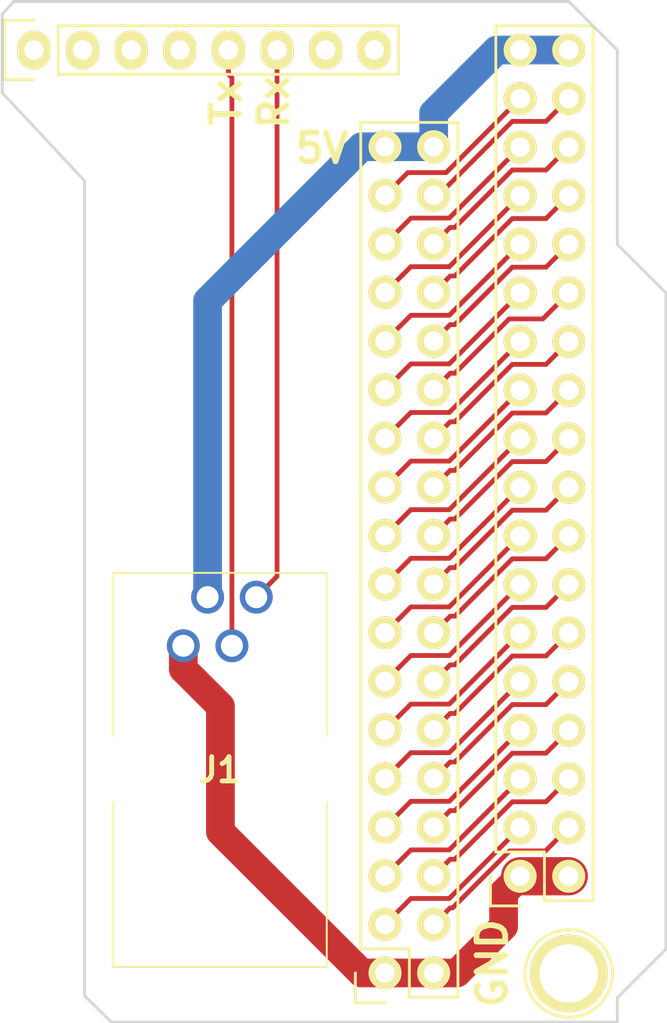
<source format=kicad_pcb>
(kicad_pcb (version 20171130) (host pcbnew "(5.1.2)-2")

  (general
    (thickness 1.6)
    (drawings 22)
    (tracks 188)
    (zones 0)
    (modules 5)
    (nets 44)
  )

  (page A4)
  (title_block
    (date "mar. 31 mars 2015")
  )

  (layers
    (0 F.Cu signal)
    (31 B.Cu signal)
    (32 B.Adhes user)
    (33 F.Adhes user)
    (34 B.Paste user)
    (35 F.Paste user)
    (36 B.SilkS user)
    (37 F.SilkS user)
    (38 B.Mask user)
    (39 F.Mask user)
    (40 Dwgs.User user)
    (41 Cmts.User user)
    (42 Eco1.User user)
    (43 Eco2.User user)
    (44 Edge.Cuts user)
    (45 Margin user)
    (46 B.CrtYd user)
    (47 F.CrtYd user)
    (48 B.Fab user)
    (49 F.Fab user)
  )

  (setup
    (last_trace_width 0.25)
    (trace_clearance 0.2)
    (zone_clearance 0.508)
    (zone_45_only no)
    (trace_min 0.2)
    (via_size 0.6)
    (via_drill 0.4)
    (via_min_size 0.4)
    (via_min_drill 0.3)
    (uvia_size 0.3)
    (uvia_drill 0.1)
    (uvias_allowed no)
    (uvia_min_size 0.2)
    (uvia_min_drill 0.1)
    (edge_width 0.15)
    (segment_width 0.15)
    (pcb_text_width 0.3)
    (pcb_text_size 1.5 1.5)
    (mod_edge_width 0.15)
    (mod_text_size 1 1)
    (mod_text_width 0.15)
    (pad_size 4.064 4.064)
    (pad_drill 3.048)
    (pad_to_mask_clearance 0)
    (aux_axis_origin 103.378 121.666)
    (visible_elements 7FFFFFFF)
    (pcbplotparams
      (layerselection 0x00030_80000001)
      (usegerberextensions false)
      (usegerberattributes false)
      (usegerberadvancedattributes false)
      (creategerberjobfile false)
      (excludeedgelayer true)
      (linewidth 0.100000)
      (plotframeref false)
      (viasonmask false)
      (mode 1)
      (useauxorigin false)
      (hpglpennumber 1)
      (hpglpenspeed 20)
      (hpglpendiameter 15.000000)
      (psnegative false)
      (psa4output false)
      (plotreference true)
      (plotvalue true)
      (plotinvisibletext false)
      (padsonsilk false)
      (subtractmaskfromsilk false)
      (outputformat 1)
      (mirror false)
      (drillshape 1)
      (scaleselection 1)
      (outputdirectory ""))
  )

  (net 0 "")
  (net 1 GND)
  (net 2 "/52(SCK)")
  (net 3 "/53(SS)")
  (net 4 "/50(MISO)")
  (net 5 "/51(MOSI)")
  (net 6 /48)
  (net 7 /49)
  (net 8 /46)
  (net 9 /47)
  (net 10 /44)
  (net 11 /45)
  (net 12 /42)
  (net 13 /43)
  (net 14 /40)
  (net 15 /41)
  (net 16 /38)
  (net 17 /39)
  (net 18 /36)
  (net 19 /37)
  (net 20 /34)
  (net 21 /35)
  (net 22 /32)
  (net 23 /33)
  (net 24 /30)
  (net 25 /31)
  (net 26 /28)
  (net 27 /29)
  (net 28 /26)
  (net 29 /27)
  (net 30 /24)
  (net 31 /25)
  (net 32 /22)
  (net 33 /23)
  (net 34 +5V)
  (net 35 "/20(SDA)")
  (net 36 "/21(SCL)")
  (net 37 "Net-(P10-Pad1)")
  (net 38 "/14(Tx3)")
  (net 39 "/15(Rx3)")
  (net 40 "/16(Tx2)")
  (net 41 "/17(Rx2)")
  (net 42 "/18(Tx1)")
  (net 43 "/19(Rx1)")

  (net_class Default "This is the default net class."
    (clearance 0.2)
    (trace_width 0.25)
    (via_dia 0.6)
    (via_drill 0.4)
    (uvia_dia 0.3)
    (uvia_drill 0.1)
    (add_net "/14(Tx3)")
    (add_net "/15(Rx3)")
    (add_net "/16(Tx2)")
    (add_net "/17(Rx2)")
    (add_net "/18(Tx1)")
    (add_net "/19(Rx1)")
    (add_net "/20(SDA)")
    (add_net "/21(SCL)")
    (add_net /22)
    (add_net /23)
    (add_net /24)
    (add_net /25)
    (add_net /26)
    (add_net /27)
    (add_net /28)
    (add_net /29)
    (add_net /30)
    (add_net /31)
    (add_net /32)
    (add_net /33)
    (add_net /34)
    (add_net /35)
    (add_net /36)
    (add_net /37)
    (add_net /38)
    (add_net /39)
    (add_net /40)
    (add_net /41)
    (add_net /42)
    (add_net /43)
    (add_net /44)
    (add_net /45)
    (add_net /46)
    (add_net /47)
    (add_net /48)
    (add_net /49)
    (add_net "/50(MISO)")
    (add_net "/51(MOSI)")
    (add_net "/52(SCK)")
    (add_net "/53(SS)")
    (add_net "Net-(P10-Pad1)")
  )

  (net_class Power ""
    (clearance 0.2)
    (trace_width 1.5)
    (via_dia 0.6)
    (via_drill 0.4)
    (uvia_dia 0.3)
    (uvia_drill 0.1)
    (add_net +5V)
    (add_net GND)
  )

  (module Socket_Arduino_Mega:Socket_Strip_Arduino_2x18 locked (layer F.Cu) (tedit 55216789) (tstamp 551AFCE5)
    (at 197.358 114.046 90)
    (descr "Through hole socket strip")
    (tags "socket strip")
    (path /56D743B5)
    (fp_text reference P1 (at 21.59 -2.794 90) (layer F.SilkS) hide
      (effects (font (size 1 1) (thickness 0.15)))
    )
    (fp_text value Digital (at 21.59 -4.572 90) (layer F.Fab)
      (effects (font (size 1 1) (thickness 0.15)))
    )
    (fp_line (start -1.75 -1.75) (end -1.75 4.3) (layer F.CrtYd) (width 0.05))
    (fp_line (start 44.95 -1.75) (end 44.95 4.3) (layer F.CrtYd) (width 0.05))
    (fp_line (start -1.75 -1.75) (end 44.95 -1.75) (layer F.CrtYd) (width 0.05))
    (fp_line (start -1.75 4.3) (end 44.95 4.3) (layer F.CrtYd) (width 0.05))
    (fp_line (start -1.27 3.81) (end 44.45 3.81) (layer F.SilkS) (width 0.15))
    (fp_line (start 44.45 -1.27) (end 1.27 -1.27) (layer F.SilkS) (width 0.15))
    (fp_line (start 44.45 3.81) (end 44.45 -1.27) (layer F.SilkS) (width 0.15))
    (fp_line (start -1.27 3.81) (end -1.27 1.27) (layer F.SilkS) (width 0.15))
    (fp_line (start 0 -1.55) (end -1.55 -1.55) (layer F.SilkS) (width 0.15))
    (fp_line (start -1.27 1.27) (end 1.27 1.27) (layer F.SilkS) (width 0.15))
    (fp_line (start 1.27 1.27) (end 1.27 -1.27) (layer F.SilkS) (width 0.15))
    (fp_line (start -1.55 -1.55) (end -1.55 0) (layer F.SilkS) (width 0.15))
    (pad 1 thru_hole circle (at 0 0 90) (size 1.7272 1.7272) (drill 1.016) (layers *.Cu *.Mask F.SilkS)
      (net 1 GND))
    (pad 2 thru_hole oval (at 0 2.54 90) (size 1.7272 1.7272) (drill 1.016) (layers *.Cu *.Mask F.SilkS)
      (net 1 GND))
    (pad 3 thru_hole oval (at 2.54 0 90) (size 1.7272 1.7272) (drill 1.016) (layers *.Cu *.Mask F.SilkS)
      (net 2 "/52(SCK)"))
    (pad 4 thru_hole oval (at 2.54 2.54 90) (size 1.7272 1.7272) (drill 1.016) (layers *.Cu *.Mask F.SilkS)
      (net 3 "/53(SS)"))
    (pad 5 thru_hole oval (at 5.08 0 90) (size 1.7272 1.7272) (drill 1.016) (layers *.Cu *.Mask F.SilkS)
      (net 4 "/50(MISO)"))
    (pad 6 thru_hole oval (at 5.08 2.54 90) (size 1.7272 1.7272) (drill 1.016) (layers *.Cu *.Mask F.SilkS)
      (net 5 "/51(MOSI)"))
    (pad 7 thru_hole oval (at 7.62 0 90) (size 1.7272 1.7272) (drill 1.016) (layers *.Cu *.Mask F.SilkS)
      (net 6 /48))
    (pad 8 thru_hole oval (at 7.62 2.54 90) (size 1.7272 1.7272) (drill 1.016) (layers *.Cu *.Mask F.SilkS)
      (net 7 /49))
    (pad 9 thru_hole oval (at 10.16 0 90) (size 1.7272 1.7272) (drill 1.016) (layers *.Cu *.Mask F.SilkS)
      (net 8 /46))
    (pad 10 thru_hole oval (at 10.16 2.54 90) (size 1.7272 1.7272) (drill 1.016) (layers *.Cu *.Mask F.SilkS)
      (net 9 /47))
    (pad 11 thru_hole oval (at 12.7 0 90) (size 1.7272 1.7272) (drill 1.016) (layers *.Cu *.Mask F.SilkS)
      (net 10 /44))
    (pad 12 thru_hole oval (at 12.7 2.54 90) (size 1.7272 1.7272) (drill 1.016) (layers *.Cu *.Mask F.SilkS)
      (net 11 /45))
    (pad 13 thru_hole oval (at 15.24 0 90) (size 1.7272 1.7272) (drill 1.016) (layers *.Cu *.Mask F.SilkS)
      (net 12 /42))
    (pad 14 thru_hole oval (at 15.24 2.54 90) (size 1.7272 1.7272) (drill 1.016) (layers *.Cu *.Mask F.SilkS)
      (net 13 /43))
    (pad 15 thru_hole oval (at 17.78 0 90) (size 1.7272 1.7272) (drill 1.016) (layers *.Cu *.Mask F.SilkS)
      (net 14 /40))
    (pad 16 thru_hole oval (at 17.78 2.54 90) (size 1.7272 1.7272) (drill 1.016) (layers *.Cu *.Mask F.SilkS)
      (net 15 /41))
    (pad 17 thru_hole oval (at 20.32 0 90) (size 1.7272 1.7272) (drill 1.016) (layers *.Cu *.Mask F.SilkS)
      (net 16 /38))
    (pad 18 thru_hole oval (at 20.32 2.54 90) (size 1.7272 1.7272) (drill 1.016) (layers *.Cu *.Mask F.SilkS)
      (net 17 /39))
    (pad 19 thru_hole oval (at 22.86 0 90) (size 1.7272 1.7272) (drill 1.016) (layers *.Cu *.Mask F.SilkS)
      (net 18 /36))
    (pad 20 thru_hole oval (at 22.86 2.54 90) (size 1.7272 1.7272) (drill 1.016) (layers *.Cu *.Mask F.SilkS)
      (net 19 /37))
    (pad 21 thru_hole oval (at 25.4 0 90) (size 1.7272 1.7272) (drill 1.016) (layers *.Cu *.Mask F.SilkS)
      (net 20 /34))
    (pad 22 thru_hole oval (at 25.4 2.54 90) (size 1.7272 1.7272) (drill 1.016) (layers *.Cu *.Mask F.SilkS)
      (net 21 /35))
    (pad 23 thru_hole oval (at 27.94 0 90) (size 1.7272 1.7272) (drill 1.016) (layers *.Cu *.Mask F.SilkS)
      (net 22 /32))
    (pad 24 thru_hole oval (at 27.94 2.54 90) (size 1.7272 1.7272) (drill 1.016) (layers *.Cu *.Mask F.SilkS)
      (net 23 /33))
    (pad 25 thru_hole oval (at 30.48 0 90) (size 1.7272 1.7272) (drill 1.016) (layers *.Cu *.Mask F.SilkS)
      (net 24 /30))
    (pad 26 thru_hole oval (at 30.48 2.54 90) (size 1.7272 1.7272) (drill 1.016) (layers *.Cu *.Mask F.SilkS)
      (net 25 /31))
    (pad 27 thru_hole oval (at 33.02 0 90) (size 1.7272 1.7272) (drill 1.016) (layers *.Cu *.Mask F.SilkS)
      (net 26 /28))
    (pad 28 thru_hole oval (at 33.02 2.54 90) (size 1.7272 1.7272) (drill 1.016) (layers *.Cu *.Mask F.SilkS)
      (net 27 /29))
    (pad 29 thru_hole oval (at 35.56 0 90) (size 1.7272 1.7272) (drill 1.016) (layers *.Cu *.Mask F.SilkS)
      (net 28 /26))
    (pad 30 thru_hole oval (at 35.56 2.54 90) (size 1.7272 1.7272) (drill 1.016) (layers *.Cu *.Mask F.SilkS)
      (net 29 /27))
    (pad 31 thru_hole oval (at 38.1 0 90) (size 1.7272 1.7272) (drill 1.016) (layers *.Cu *.Mask F.SilkS)
      (net 30 /24))
    (pad 32 thru_hole oval (at 38.1 2.54 90) (size 1.7272 1.7272) (drill 1.016) (layers *.Cu *.Mask F.SilkS)
      (net 31 /25))
    (pad 33 thru_hole oval (at 40.64 0 90) (size 1.7272 1.7272) (drill 1.016) (layers *.Cu *.Mask F.SilkS)
      (net 32 /22))
    (pad 34 thru_hole oval (at 40.64 2.54 90) (size 1.7272 1.7272) (drill 1.016) (layers *.Cu *.Mask F.SilkS)
      (net 33 /23))
    (pad 35 thru_hole oval (at 43.18 0 90) (size 1.7272 1.7272) (drill 1.016) (layers *.Cu *.Mask F.SilkS)
      (net 34 +5V))
    (pad 36 thru_hole oval (at 43.18 2.54 90) (size 1.7272 1.7272) (drill 1.016) (layers *.Cu *.Mask F.SilkS)
      (net 34 +5V))
    (model ${KIPRJMOD}/Socket_Arduino_Mega.3dshapes/Socket_header_Arduino_2x18.wrl
      (offset (xyz 21.58999967575073 -1.269999980926514 0))
      (scale (xyz 1 1 1))
      (rotate (xyz 0 0 180))
    )
  )

  (module Socket_Arduino_Mega:Socket_Strip_Arduino_1x08 locked (layer F.Cu) (tedit 551AFC73) (tstamp 551AFD71)
    (at 171.958 70.866)
    (descr "Through hole socket strip")
    (tags "socket strip")
    (path /56D73F2C)
    (fp_text reference P7 (at 8.89 2.794) (layer F.SilkS) hide
      (effects (font (size 1 1) (thickness 0.15)))
    )
    (fp_text value Communication (at 9.742 7.434) (layer F.Fab)
      (effects (font (size 1 1) (thickness 0.15)))
    )
    (fp_line (start -1.75 -1.75) (end -1.75 1.75) (layer F.CrtYd) (width 0.05))
    (fp_line (start 19.55 -1.75) (end 19.55 1.75) (layer F.CrtYd) (width 0.05))
    (fp_line (start -1.75 -1.75) (end 19.55 -1.75) (layer F.CrtYd) (width 0.05))
    (fp_line (start -1.75 1.75) (end 19.55 1.75) (layer F.CrtYd) (width 0.05))
    (fp_line (start 1.27 1.27) (end 19.05 1.27) (layer F.SilkS) (width 0.15))
    (fp_line (start 19.05 1.27) (end 19.05 -1.27) (layer F.SilkS) (width 0.15))
    (fp_line (start 19.05 -1.27) (end 1.27 -1.27) (layer F.SilkS) (width 0.15))
    (fp_line (start -1.55 1.55) (end 0 1.55) (layer F.SilkS) (width 0.15))
    (fp_line (start 1.27 1.27) (end 1.27 -1.27) (layer F.SilkS) (width 0.15))
    (fp_line (start 0 -1.55) (end -1.55 -1.55) (layer F.SilkS) (width 0.15))
    (fp_line (start -1.55 -1.55) (end -1.55 1.55) (layer F.SilkS) (width 0.15))
    (pad 1 thru_hole oval (at 0 0) (size 1.7272 2.032) (drill 1.016) (layers *.Cu *.Mask F.SilkS)
      (net 38 "/14(Tx3)"))
    (pad 2 thru_hole oval (at 2.54 0) (size 1.7272 2.032) (drill 1.016) (layers *.Cu *.Mask F.SilkS)
      (net 39 "/15(Rx3)"))
    (pad 3 thru_hole oval (at 5.08 0) (size 1.7272 2.032) (drill 1.016) (layers *.Cu *.Mask F.SilkS)
      (net 40 "/16(Tx2)"))
    (pad 4 thru_hole oval (at 7.62 0) (size 1.7272 2.032) (drill 1.016) (layers *.Cu *.Mask F.SilkS)
      (net 41 "/17(Rx2)"))
    (pad 5 thru_hole oval (at 10.16 0) (size 1.7272 2.032) (drill 1.016) (layers *.Cu *.Mask F.SilkS)
      (net 42 "/18(Tx1)"))
    (pad 6 thru_hole oval (at 12.7 0) (size 1.7272 2.032) (drill 1.016) (layers *.Cu *.Mask F.SilkS)
      (net 43 "/19(Rx1)"))
    (pad 7 thru_hole oval (at 15.24 0) (size 1.7272 2.032) (drill 1.016) (layers *.Cu *.Mask F.SilkS)
      (net 35 "/20(SDA)"))
    (pad 8 thru_hole oval (at 17.78 0) (size 1.7272 2.032) (drill 1.016) (layers *.Cu *.Mask F.SilkS)
      (net 36 "/21(SCL)"))
    (model ${KIPRJMOD}/Socket_Arduino_Mega.3dshapes/Socket_header_Arduino_1x08.wrl
      (offset (xyz 8.889999866485596 0 0))
      (scale (xyz 1 1 1))
      (rotate (xyz 0 0 180))
    )
  )

  (module Socket_Arduino_Mega:Arduino_1pin locked (layer F.Cu) (tedit 5524FDBB) (tstamp 5524FE11)
    (at 199.898 119.126)
    (descr "module 1 pin (ou trou mecanique de percage)")
    (tags DEV)
    (path /56D70CE6)
    (fp_text reference P10 (at 0 -3.048) (layer F.SilkS) hide
      (effects (font (size 1 1) (thickness 0.15)))
    )
    (fp_text value CONN_01X01 (at 0 2.794) (layer F.Fab) hide
      (effects (font (size 1 1) (thickness 0.15)))
    )
    (fp_circle (center 0 0) (end 0 -2.286) (layer F.SilkS) (width 0.15))
    (pad 1 thru_hole circle (at 0 0) (size 4.064 4.064) (drill 3.048) (layers *.Cu *.Mask F.SilkS)
      (net 37 "Net-(P10-Pad1)"))
  )

  (module SamacSys_Parts:MHRJJ44NFRA (layer F.Cu) (tedit 0) (tstamp 5E9E06E0)
    (at 182.3 102)
    (descr MHRJJ44NFRA-1)
    (tags Connector)
    (path /5E9E3236)
    (fp_text reference J1 (at -0.635 6.49) (layer F.SilkS)
      (effects (font (size 1.27 1.27) (thickness 0.254)))
    )
    (fp_text value RJ9 (at -0.635 6.49) (layer F.SilkS) hide
      (effects (font (size 1.27 1.27) (thickness 0.254)))
    )
    (fp_text user %R (at -0.635 6.49) (layer F.Fab)
      (effects (font (size 1.27 1.27) (thickness 0.254)))
    )
    (fp_line (start -6.225 -3.81) (end 4.955 -3.81) (layer F.Fab) (width 0.2))
    (fp_line (start 4.955 -3.81) (end 4.955 16.79) (layer F.Fab) (width 0.2))
    (fp_line (start 4.955 16.79) (end -6.225 16.79) (layer F.Fab) (width 0.2))
    (fp_line (start -6.225 16.79) (end -6.225 -3.81) (layer F.Fab) (width 0.2))
    (fp_line (start -6.725 -4.31) (end 5.455 -4.31) (layer F.CrtYd) (width 0.1))
    (fp_line (start 5.455 -4.31) (end 5.455 17.29) (layer F.CrtYd) (width 0.1))
    (fp_line (start 5.455 17.29) (end -6.725 17.29) (layer F.CrtYd) (width 0.1))
    (fp_line (start -6.725 17.29) (end -6.725 -4.31) (layer F.CrtYd) (width 0.1))
    (fp_line (start -6.225 8.19) (end -6.225 16.79) (layer F.SilkS) (width 0.1))
    (fp_line (start -6.225 16.79) (end 4.955 16.79) (layer F.SilkS) (width 0.1))
    (fp_line (start 4.955 16.79) (end 4.955 8.19) (layer F.SilkS) (width 0.1))
    (fp_line (start -6.225 4.69) (end -6.225 -3.81) (layer F.SilkS) (width 0.1))
    (fp_line (start -6.225 -3.81) (end 4.955 -3.81) (layer F.SilkS) (width 0.1))
    (fp_line (start 4.955 -3.81) (end 4.955 4.69) (layer F.SilkS) (width 0.1))
    (pad 1 thru_hole circle (at 0 0) (size 1.725 1.725) (drill 1.15) (layers *.Cu *.Mask)
      (net 42 "/18(Tx1)"))
    (pad 2 thru_hole circle (at 1.27 -2.54) (size 1.725 1.725) (drill 1.15) (layers *.Cu *.Mask)
      (net 43 "/19(Rx1)"))
    (pad 3 thru_hole circle (at -2.54 0) (size 1.725 1.725) (drill 1.15) (layers *.Cu *.Mask)
      (net 1 GND))
    (pad 4 thru_hole circle (at -1.27 -2.54) (size 1.725 1.725) (drill 1.15) (layers *.Cu *.Mask)
      (net 34 +5V))
    (pad MH1 np_thru_hole circle (at 3.175 6.35) (size 3.5 0) (drill 3.5) (layers *.Cu *.Mask))
    (pad MH2 np_thru_hole circle (at -4.445 6.35) (size 3.5 0) (drill 3.5) (layers *.Cu *.Mask))
    (model "D:\\Nick\\OneDrive\\Documents\\KiCad Components\\SymancSys\\SamacSys_Parts.3dshapes\\MHRJJ44NFRA.stp"
      (at (xyz 0 0 0))
      (scale (xyz 1 1 1))
      (rotate (xyz 0 0 0))
    )
  )

  (module Socket_Arduino_Mega:Socket_Strip_Arduino_2x18 (layer F.Cu) (tedit 5519A013) (tstamp 62DDB4B7)
    (at 190.3 119.1 90)
    (descr "Through hole socket strip")
    (tags "socket strip")
    (path /62E0C734)
    (fp_text reference P14 (at 25.2 -2.5 90) (layer F.SilkS) hide
      (effects (font (size 1 1) (thickness 0.15)))
    )
    (fp_text value Digital (at 0 -3.1 90) (layer F.Fab)
      (effects (font (size 1 1) (thickness 0.15)))
    )
    (fp_line (start -1.75 -1.75) (end -1.75 4.3) (layer F.CrtYd) (width 0.05))
    (fp_line (start 44.95 -1.75) (end 44.95 4.3) (layer F.CrtYd) (width 0.05))
    (fp_line (start -1.75 -1.75) (end 44.95 -1.75) (layer F.CrtYd) (width 0.05))
    (fp_line (start -1.75 4.3) (end 44.95 4.3) (layer F.CrtYd) (width 0.05))
    (fp_line (start -1.27 3.81) (end 44.45 3.81) (layer F.SilkS) (width 0.15))
    (fp_line (start 44.45 -1.27) (end 1.27 -1.27) (layer F.SilkS) (width 0.15))
    (fp_line (start 44.45 3.81) (end 44.45 -1.27) (layer F.SilkS) (width 0.15))
    (fp_line (start -1.27 3.81) (end -1.27 1.27) (layer F.SilkS) (width 0.15))
    (fp_line (start 0 -1.55) (end -1.55 -1.55) (layer F.SilkS) (width 0.15))
    (fp_line (start -1.27 1.27) (end 1.27 1.27) (layer F.SilkS) (width 0.15))
    (fp_line (start 1.27 1.27) (end 1.27 -1.27) (layer F.SilkS) (width 0.15))
    (fp_line (start -1.55 -1.55) (end -1.55 0) (layer F.SilkS) (width 0.15))
    (pad 1 thru_hole circle (at 0 0 90) (size 1.7272 1.7272) (drill 1.016) (layers *.Cu *.Mask F.SilkS)
      (net 1 GND))
    (pad 2 thru_hole oval (at 0 2.54 90) (size 1.7272 1.7272) (drill 1.016) (layers *.Cu *.Mask F.SilkS)
      (net 1 GND))
    (pad 3 thru_hole oval (at 2.54 0 90) (size 1.7272 1.7272) (drill 1.016) (layers *.Cu *.Mask F.SilkS)
      (net 2 "/52(SCK)"))
    (pad 4 thru_hole oval (at 2.54 2.54 90) (size 1.7272 1.7272) (drill 1.016) (layers *.Cu *.Mask F.SilkS)
      (net 3 "/53(SS)"))
    (pad 5 thru_hole oval (at 5.08 0 90) (size 1.7272 1.7272) (drill 1.016) (layers *.Cu *.Mask F.SilkS)
      (net 4 "/50(MISO)"))
    (pad 6 thru_hole oval (at 5.08 2.54 90) (size 1.7272 1.7272) (drill 1.016) (layers *.Cu *.Mask F.SilkS)
      (net 5 "/51(MOSI)"))
    (pad 7 thru_hole oval (at 7.62 0 90) (size 1.7272 1.7272) (drill 1.016) (layers *.Cu *.Mask F.SilkS)
      (net 6 /48))
    (pad 8 thru_hole oval (at 7.62 2.54 90) (size 1.7272 1.7272) (drill 1.016) (layers *.Cu *.Mask F.SilkS)
      (net 7 /49))
    (pad 9 thru_hole oval (at 10.16 0 90) (size 1.7272 1.7272) (drill 1.016) (layers *.Cu *.Mask F.SilkS)
      (net 8 /46))
    (pad 10 thru_hole oval (at 10.16 2.54 90) (size 1.7272 1.7272) (drill 1.016) (layers *.Cu *.Mask F.SilkS)
      (net 9 /47))
    (pad 11 thru_hole oval (at 12.7 0 90) (size 1.7272 1.7272) (drill 1.016) (layers *.Cu *.Mask F.SilkS)
      (net 10 /44))
    (pad 12 thru_hole oval (at 12.7 2.54 90) (size 1.7272 1.7272) (drill 1.016) (layers *.Cu *.Mask F.SilkS)
      (net 11 /45))
    (pad 13 thru_hole oval (at 15.24 0 90) (size 1.7272 1.7272) (drill 1.016) (layers *.Cu *.Mask F.SilkS)
      (net 12 /42))
    (pad 14 thru_hole oval (at 15.24 2.54 90) (size 1.7272 1.7272) (drill 1.016) (layers *.Cu *.Mask F.SilkS)
      (net 13 /43))
    (pad 15 thru_hole oval (at 17.78 0 90) (size 1.7272 1.7272) (drill 1.016) (layers *.Cu *.Mask F.SilkS)
      (net 14 /40))
    (pad 16 thru_hole oval (at 17.78 2.54 90) (size 1.7272 1.7272) (drill 1.016) (layers *.Cu *.Mask F.SilkS)
      (net 15 /41))
    (pad 17 thru_hole oval (at 20.32 0 90) (size 1.7272 1.7272) (drill 1.016) (layers *.Cu *.Mask F.SilkS)
      (net 16 /38))
    (pad 18 thru_hole oval (at 20.32 2.54 90) (size 1.7272 1.7272) (drill 1.016) (layers *.Cu *.Mask F.SilkS)
      (net 17 /39))
    (pad 19 thru_hole oval (at 22.86 0 90) (size 1.7272 1.7272) (drill 1.016) (layers *.Cu *.Mask F.SilkS)
      (net 18 /36))
    (pad 20 thru_hole oval (at 22.86 2.54 90) (size 1.7272 1.7272) (drill 1.016) (layers *.Cu *.Mask F.SilkS)
      (net 19 /37))
    (pad 21 thru_hole oval (at 25.4 0 90) (size 1.7272 1.7272) (drill 1.016) (layers *.Cu *.Mask F.SilkS)
      (net 20 /34))
    (pad 22 thru_hole oval (at 25.4 2.54 90) (size 1.7272 1.7272) (drill 1.016) (layers *.Cu *.Mask F.SilkS)
      (net 21 /35))
    (pad 23 thru_hole oval (at 27.94 0 90) (size 1.7272 1.7272) (drill 1.016) (layers *.Cu *.Mask F.SilkS)
      (net 22 /32))
    (pad 24 thru_hole oval (at 27.94 2.54 90) (size 1.7272 1.7272) (drill 1.016) (layers *.Cu *.Mask F.SilkS)
      (net 23 /33))
    (pad 25 thru_hole oval (at 30.48 0 90) (size 1.7272 1.7272) (drill 1.016) (layers *.Cu *.Mask F.SilkS)
      (net 24 /30))
    (pad 26 thru_hole oval (at 30.48 2.54 90) (size 1.7272 1.7272) (drill 1.016) (layers *.Cu *.Mask F.SilkS)
      (net 25 /31))
    (pad 27 thru_hole oval (at 33.02 0 90) (size 1.7272 1.7272) (drill 1.016) (layers *.Cu *.Mask F.SilkS)
      (net 26 /28))
    (pad 28 thru_hole oval (at 33.02 2.54 90) (size 1.7272 1.7272) (drill 1.016) (layers *.Cu *.Mask F.SilkS)
      (net 27 /29))
    (pad 29 thru_hole oval (at 35.56 0 90) (size 1.7272 1.7272) (drill 1.016) (layers *.Cu *.Mask F.SilkS)
      (net 28 /26))
    (pad 30 thru_hole oval (at 35.56 2.54 90) (size 1.7272 1.7272) (drill 1.016) (layers *.Cu *.Mask F.SilkS)
      (net 29 /27))
    (pad 31 thru_hole oval (at 38.1 0 90) (size 1.7272 1.7272) (drill 1.016) (layers *.Cu *.Mask F.SilkS)
      (net 30 /24))
    (pad 32 thru_hole oval (at 38.1 2.54 90) (size 1.7272 1.7272) (drill 1.016) (layers *.Cu *.Mask F.SilkS)
      (net 31 /25))
    (pad 33 thru_hole oval (at 40.64 0 90) (size 1.7272 1.7272) (drill 1.016) (layers *.Cu *.Mask F.SilkS)
      (net 32 /22))
    (pad 34 thru_hole oval (at 40.64 2.54 90) (size 1.7272 1.7272) (drill 1.016) (layers *.Cu *.Mask F.SilkS)
      (net 33 /23))
    (pad 35 thru_hole oval (at 43.18 0 90) (size 1.7272 1.7272) (drill 1.016) (layers *.Cu *.Mask F.SilkS)
      (net 34 +5V))
    (pad 36 thru_hole oval (at 43.18 2.54 90) (size 1.7272 1.7272) (drill 1.016) (layers *.Cu *.Mask F.SilkS)
      (net 34 +5V))
    (model ${KIPRJMOD}/Socket_Arduino_Mega.3dshapes/Socket_header_Arduino_2x18.wrl
      (offset (xyz 21.58999967575073 -1.269999980926514 0))
      (scale (xyz 1 1 1))
      (rotate (xyz 0 0 180))
    )
  )

  (gr_text Rx (at 184.5 73.6 90) (layer F.SilkS)
    (effects (font (size 1.5 1.5) (thickness 0.3)))
  )
  (gr_text Tx (at 182 73.6 90) (layer F.SilkS)
    (effects (font (size 1.5 1.5) (thickness 0.3)))
  )
  (gr_text 5V (at 187 76) (layer F.SilkS)
    (effects (font (size 1.5 1.5) (thickness 0.3)))
  )
  (gr_text GND (at 195.9 118.6 90) (layer F.SilkS)
    (effects (font (size 1.5 1.5) (thickness 0.3)))
  )
  (gr_line (start 174.6 120.3) (end 176 121.666) (layer Edge.Cuts) (width 0.15))
  (gr_line (start 170.3 69) (end 170.9 68.326) (layer Edge.Cuts) (width 0.15))
  (gr_line (start 170.3 69) (end 170.3 73.1) (layer Edge.Cuts) (width 0.15))
  (gr_line (start 174.6 77.7) (end 170.3 73.1) (layer Edge.Cuts) (width 0.15))
  (gr_line (start 174.6 120.234) (end 174.6 77.7) (layer Edge.Cuts) (width 0.15))
  (gr_line (start 175.6156 96.774) (end 175.6156 90.7288) (angle 90) (layer Dwgs.User) (width 0.15))
  (gr_line (start 179.4764 96.774) (end 179.4764 90.7288) (angle 90) (layer Dwgs.User) (width 0.15))
  (gr_line (start 175.6156 96.774) (end 179.4764 96.774) (angle 90) (layer Dwgs.User) (width 0.15))
  (gr_circle (center 177.546 93.726) (end 178.816 93.726) (layer Dwgs.User) (width 0.15))
  (gr_line (start 175.6156 90.7288) (end 179.4764 90.7288) (angle 90) (layer Dwgs.User) (width 0.15))
  (gr_line (start 202.438 121.666) (end 176 121.666) (angle 90) (layer Edge.Cuts) (width 0.15))
  (gr_line (start 202.438 120.396) (end 202.438 121.666) (angle 90) (layer Edge.Cuts) (width 0.15))
  (gr_line (start 204.978 117.856) (end 202.438 120.396) (angle 90) (layer Edge.Cuts) (width 0.15))
  (gr_line (start 204.978 83.566) (end 204.978 117.856) (angle 90) (layer Edge.Cuts) (width 0.15))
  (gr_line (start 202.438 81.026) (end 204.978 83.566) (angle 90) (layer Edge.Cuts) (width 0.15))
  (gr_line (start 202.438 70.866) (end 202.438 81.026) (angle 90) (layer Edge.Cuts) (width 0.15))
  (gr_line (start 199.898 68.326) (end 202.438 70.866) (angle 90) (layer Edge.Cuts) (width 0.15))
  (gr_line (start 170.9 68.326) (end 199.9 68.326) (angle 90) (layer Edge.Cuts) (width 0.15) (tstamp 5E9E0503))

  (segment (start 198.676686 114.046) (end 197.358 114.046) (width 2) (layer F.Cu) (net 1))
  (segment (start 199.898 114.046) (end 198.676686 114.046) (width 2) (layer F.Cu) (net 1))
  (segment (start 194.061314 119.1) (end 192.84 119.1) (width 1.5) (layer F.Cu) (net 1))
  (segment (start 196.494401 116.666913) (end 194.061314 119.1) (width 1.5) (layer F.Cu) (net 1))
  (segment (start 196.494401 114.909599) (end 196.494401 116.666913) (width 1.5) (layer F.Cu) (net 1))
  (segment (start 197.358 114.046) (end 196.494401 114.909599) (width 1.5) (layer F.Cu) (net 1))
  (segment (start 192.84 119.1) (end 190.3 119.1) (width 1.5) (layer F.Cu) (net 1))
  (segment (start 189.078686 119.1) (end 181.7 111.721314) (width 1.5) (layer F.Cu) (net 1))
  (segment (start 190.3 119.1) (end 189.078686 119.1) (width 1.5) (layer F.Cu) (net 1))
  (segment (start 179.76 103.219759) (end 179.76 102) (width 1.5) (layer F.Cu) (net 1))
  (segment (start 181.7 105.159759) (end 179.76 103.219759) (width 1.5) (layer F.Cu) (net 1))
  (segment (start 181.7 111.721314) (end 181.7 105.159759) (width 1.5) (layer F.Cu) (net 1))
  (segment (start 196.494401 112.369599) (end 197.358 111.506) (width 0.25) (layer F.Cu) (net 2))
  (segment (start 193.655399 115.208601) (end 196.494401 112.369599) (width 0.25) (layer F.Cu) (net 2))
  (segment (start 191.651399 115.208601) (end 193.655399 115.208601) (width 0.25) (layer F.Cu) (net 2))
  (segment (start 190.3 116.56) (end 191.651399 115.208601) (width 0.25) (layer F.Cu) (net 2))
  (segment (start 199.034401 112.369599) (end 199.898 111.506) (width 0.25) (layer F.Cu) (net 3))
  (segment (start 198.68301 112.72099) (end 199.034401 112.369599) (width 0.25) (layer F.Cu) (net 3))
  (segment (start 196.809163 112.72099) (end 198.68301 112.72099) (width 0.25) (layer F.Cu) (net 3))
  (segment (start 193.833752 115.696401) (end 196.809163 112.72099) (width 0.25) (layer F.Cu) (net 3))
  (segment (start 193.703599 115.696401) (end 193.833752 115.696401) (width 0.25) (layer F.Cu) (net 3))
  (segment (start 192.84 116.56) (end 193.703599 115.696401) (width 0.25) (layer F.Cu) (net 3))
  (segment (start 196.494401 109.829599) (end 197.358 108.966) (width 0.25) (layer F.Cu) (net 4))
  (segment (start 193.655399 112.668601) (end 196.494401 109.829599) (width 0.25) (layer F.Cu) (net 4))
  (segment (start 191.651399 112.668601) (end 193.655399 112.668601) (width 0.25) (layer F.Cu) (net 4))
  (segment (start 190.3 114.02) (end 191.651399 112.668601) (width 0.25) (layer F.Cu) (net 4))
  (segment (start 199.034401 109.829599) (end 199.898 108.966) (width 0.25) (layer F.Cu) (net 5))
  (segment (start 198.709399 110.154601) (end 199.034401 109.829599) (width 0.25) (layer F.Cu) (net 5))
  (segment (start 196.950269 110.154601) (end 198.709399 110.154601) (width 0.25) (layer F.Cu) (net 5))
  (segment (start 193.948469 113.156401) (end 196.950269 110.154601) (width 0.25) (layer F.Cu) (net 5))
  (segment (start 193.703599 113.156401) (end 193.948469 113.156401) (width 0.25) (layer F.Cu) (net 5))
  (segment (start 192.84 114.02) (end 193.703599 113.156401) (width 0.25) (layer F.Cu) (net 5))
  (segment (start 196.494401 107.289599) (end 197.358 106.426) (width 0.25) (layer F.Cu) (net 6))
  (segment (start 193.655399 110.128601) (end 196.494401 107.289599) (width 0.25) (layer F.Cu) (net 6))
  (segment (start 191.651399 110.128601) (end 193.655399 110.128601) (width 0.25) (layer F.Cu) (net 6))
  (segment (start 190.3 111.48) (end 191.651399 110.128601) (width 0.25) (layer F.Cu) (net 6))
  (segment (start 199.034401 107.289599) (end 199.898 106.426) (width 0.25) (layer F.Cu) (net 7))
  (segment (start 198.709399 107.614601) (end 199.034401 107.289599) (width 0.25) (layer F.Cu) (net 7))
  (segment (start 196.950269 107.614601) (end 198.709399 107.614601) (width 0.25) (layer F.Cu) (net 7))
  (segment (start 193.948469 110.616401) (end 196.950269 107.614601) (width 0.25) (layer F.Cu) (net 7))
  (segment (start 193.703599 110.616401) (end 193.948469 110.616401) (width 0.25) (layer F.Cu) (net 7))
  (segment (start 192.84 111.48) (end 193.703599 110.616401) (width 0.25) (layer F.Cu) (net 7))
  (segment (start 196.494401 104.749599) (end 197.358 103.886) (width 0.25) (layer F.Cu) (net 8))
  (segment (start 193.655399 107.588601) (end 196.494401 104.749599) (width 0.25) (layer F.Cu) (net 8))
  (segment (start 191.651399 107.588601) (end 193.655399 107.588601) (width 0.25) (layer F.Cu) (net 8))
  (segment (start 190.3 108.94) (end 191.651399 107.588601) (width 0.25) (layer F.Cu) (net 8))
  (segment (start 199.034401 104.749599) (end 199.898 103.886) (width 0.25) (layer F.Cu) (net 9))
  (segment (start 198.709399 105.074601) (end 199.034401 104.749599) (width 0.25) (layer F.Cu) (net 9))
  (segment (start 196.950269 105.074601) (end 198.709399 105.074601) (width 0.25) (layer F.Cu) (net 9))
  (segment (start 193.948469 108.076401) (end 196.950269 105.074601) (width 0.25) (layer F.Cu) (net 9))
  (segment (start 193.703599 108.076401) (end 193.948469 108.076401) (width 0.25) (layer F.Cu) (net 9))
  (segment (start 192.84 108.94) (end 193.703599 108.076401) (width 0.25) (layer F.Cu) (net 9))
  (segment (start 196.494401 102.209599) (end 197.358 101.346) (width 0.25) (layer F.Cu) (net 10))
  (segment (start 193.655399 105.048601) (end 196.494401 102.209599) (width 0.25) (layer F.Cu) (net 10))
  (segment (start 191.651399 105.048601) (end 193.655399 105.048601) (width 0.25) (layer F.Cu) (net 10))
  (segment (start 190.3 106.4) (end 191.651399 105.048601) (width 0.25) (layer F.Cu) (net 10))
  (segment (start 199.034401 102.209599) (end 199.898 101.346) (width 0.25) (layer F.Cu) (net 11))
  (segment (start 198.709399 102.534601) (end 199.034401 102.209599) (width 0.25) (layer F.Cu) (net 11))
  (segment (start 196.950269 102.534601) (end 198.709399 102.534601) (width 0.25) (layer F.Cu) (net 11))
  (segment (start 193.948469 105.536401) (end 196.950269 102.534601) (width 0.25) (layer F.Cu) (net 11))
  (segment (start 193.703599 105.536401) (end 193.948469 105.536401) (width 0.25) (layer F.Cu) (net 11))
  (segment (start 192.84 106.4) (end 193.703599 105.536401) (width 0.25) (layer F.Cu) (net 11))
  (segment (start 196.494401 99.669599) (end 197.358 98.806) (width 0.25) (layer F.Cu) (net 12))
  (segment (start 193.655399 102.508601) (end 196.494401 99.669599) (width 0.25) (layer F.Cu) (net 12))
  (segment (start 191.651399 102.508601) (end 193.655399 102.508601) (width 0.25) (layer F.Cu) (net 12))
  (segment (start 190.3 103.86) (end 191.651399 102.508601) (width 0.25) (layer F.Cu) (net 12))
  (segment (start 199.034401 99.669599) (end 199.898 98.806) (width 0.25) (layer F.Cu) (net 13))
  (segment (start 198.709399 99.994601) (end 199.034401 99.669599) (width 0.25) (layer F.Cu) (net 13))
  (segment (start 196.950269 99.994601) (end 198.709399 99.994601) (width 0.25) (layer F.Cu) (net 13))
  (segment (start 193.948469 102.996401) (end 196.950269 99.994601) (width 0.25) (layer F.Cu) (net 13))
  (segment (start 193.703599 102.996401) (end 193.948469 102.996401) (width 0.25) (layer F.Cu) (net 13))
  (segment (start 192.84 103.86) (end 193.703599 102.996401) (width 0.25) (layer F.Cu) (net 13))
  (segment (start 196.494401 97.129599) (end 197.358 96.266) (width 0.25) (layer F.Cu) (net 14))
  (segment (start 193.655399 99.968601) (end 196.494401 97.129599) (width 0.25) (layer F.Cu) (net 14))
  (segment (start 191.651399 99.968601) (end 193.655399 99.968601) (width 0.25) (layer F.Cu) (net 14))
  (segment (start 190.3 101.32) (end 191.651399 99.968601) (width 0.25) (layer F.Cu) (net 14))
  (segment (start 199.034401 97.129599) (end 199.898 96.266) (width 0.25) (layer F.Cu) (net 15))
  (segment (start 198.709399 97.454601) (end 199.034401 97.129599) (width 0.25) (layer F.Cu) (net 15))
  (segment (start 196.950269 97.454601) (end 198.709399 97.454601) (width 0.25) (layer F.Cu) (net 15))
  (segment (start 193.948469 100.456401) (end 196.950269 97.454601) (width 0.25) (layer F.Cu) (net 15))
  (segment (start 193.703599 100.456401) (end 193.948469 100.456401) (width 0.25) (layer F.Cu) (net 15))
  (segment (start 192.84 101.32) (end 193.703599 100.456401) (width 0.25) (layer F.Cu) (net 15))
  (segment (start 196.494401 94.589599) (end 197.358 93.726) (width 0.25) (layer F.Cu) (net 16))
  (segment (start 193.655399 97.428601) (end 196.494401 94.589599) (width 0.25) (layer F.Cu) (net 16))
  (segment (start 191.651399 97.428601) (end 193.655399 97.428601) (width 0.25) (layer F.Cu) (net 16))
  (segment (start 190.3 98.78) (end 191.651399 97.428601) (width 0.25) (layer F.Cu) (net 16))
  (segment (start 199.034401 94.589599) (end 199.898 93.726) (width 0.25) (layer F.Cu) (net 17))
  (segment (start 198.709399 94.914601) (end 199.034401 94.589599) (width 0.25) (layer F.Cu) (net 17))
  (segment (start 196.950269 94.914601) (end 198.709399 94.914601) (width 0.25) (layer F.Cu) (net 17))
  (segment (start 193.948469 97.916401) (end 196.950269 94.914601) (width 0.25) (layer F.Cu) (net 17))
  (segment (start 193.703599 97.916401) (end 193.948469 97.916401) (width 0.25) (layer F.Cu) (net 17))
  (segment (start 192.84 98.78) (end 193.703599 97.916401) (width 0.25) (layer F.Cu) (net 17))
  (segment (start 196.494401 92.049599) (end 197.358 91.186) (width 0.25) (layer F.Cu) (net 18))
  (segment (start 193.655399 94.888601) (end 196.494401 92.049599) (width 0.25) (layer F.Cu) (net 18))
  (segment (start 191.651399 94.888601) (end 193.655399 94.888601) (width 0.25) (layer F.Cu) (net 18))
  (segment (start 190.3 96.24) (end 191.651399 94.888601) (width 0.25) (layer F.Cu) (net 18))
  (segment (start 199.034401 92.049599) (end 199.898 91.186) (width 0.25) (layer F.Cu) (net 19))
  (segment (start 198.709399 92.374601) (end 199.034401 92.049599) (width 0.25) (layer F.Cu) (net 19))
  (segment (start 196.950269 92.374601) (end 198.709399 92.374601) (width 0.25) (layer F.Cu) (net 19))
  (segment (start 193.948469 95.376401) (end 196.950269 92.374601) (width 0.25) (layer F.Cu) (net 19))
  (segment (start 193.703599 95.376401) (end 193.948469 95.376401) (width 0.25) (layer F.Cu) (net 19))
  (segment (start 192.84 96.24) (end 193.703599 95.376401) (width 0.25) (layer F.Cu) (net 19))
  (segment (start 196.494401 89.509599) (end 197.358 88.646) (width 0.25) (layer F.Cu) (net 20))
  (segment (start 193.655399 92.348601) (end 196.494401 89.509599) (width 0.25) (layer F.Cu) (net 20))
  (segment (start 191.651399 92.348601) (end 193.655399 92.348601) (width 0.25) (layer F.Cu) (net 20))
  (segment (start 190.3 93.7) (end 191.651399 92.348601) (width 0.25) (layer F.Cu) (net 20))
  (segment (start 199.034401 89.509599) (end 199.898 88.646) (width 0.25) (layer F.Cu) (net 21))
  (segment (start 198.709399 89.834601) (end 199.034401 89.509599) (width 0.25) (layer F.Cu) (net 21))
  (segment (start 196.950269 89.834601) (end 198.709399 89.834601) (width 0.25) (layer F.Cu) (net 21))
  (segment (start 193.948469 92.836401) (end 196.950269 89.834601) (width 0.25) (layer F.Cu) (net 21))
  (segment (start 193.703599 92.836401) (end 193.948469 92.836401) (width 0.25) (layer F.Cu) (net 21))
  (segment (start 192.84 93.7) (end 193.703599 92.836401) (width 0.25) (layer F.Cu) (net 21))
  (segment (start 196.494401 86.969599) (end 197.358 86.106) (width 0.25) (layer F.Cu) (net 22))
  (segment (start 193.655399 89.808601) (end 196.494401 86.969599) (width 0.25) (layer F.Cu) (net 22))
  (segment (start 191.651399 89.808601) (end 193.655399 89.808601) (width 0.25) (layer F.Cu) (net 22))
  (segment (start 190.3 91.16) (end 191.651399 89.808601) (width 0.25) (layer F.Cu) (net 22))
  (segment (start 199.034401 86.969599) (end 199.898 86.106) (width 0.25) (layer F.Cu) (net 23))
  (segment (start 198.709399 87.294601) (end 199.034401 86.969599) (width 0.25) (layer F.Cu) (net 23))
  (segment (start 196.950269 87.294601) (end 198.709399 87.294601) (width 0.25) (layer F.Cu) (net 23))
  (segment (start 193.948469 90.296401) (end 196.950269 87.294601) (width 0.25) (layer F.Cu) (net 23))
  (segment (start 193.703599 90.296401) (end 193.948469 90.296401) (width 0.25) (layer F.Cu) (net 23))
  (segment (start 192.84 91.16) (end 193.703599 90.296401) (width 0.25) (layer F.Cu) (net 23))
  (segment (start 196.494401 84.429599) (end 197.358 83.566) (width 0.25) (layer F.Cu) (net 24))
  (segment (start 193.655399 87.268601) (end 196.494401 84.429599) (width 0.25) (layer F.Cu) (net 24))
  (segment (start 191.651399 87.268601) (end 193.655399 87.268601) (width 0.25) (layer F.Cu) (net 24))
  (segment (start 190.3 88.62) (end 191.651399 87.268601) (width 0.25) (layer F.Cu) (net 24))
  (segment (start 199.034401 84.429599) (end 199.898 83.566) (width 0.25) (layer F.Cu) (net 25))
  (segment (start 198.546601 84.917399) (end 199.034401 84.429599) (width 0.25) (layer F.Cu) (net 25))
  (segment (start 196.787471 84.917399) (end 198.546601 84.917399) (width 0.25) (layer F.Cu) (net 25))
  (segment (start 193.948469 87.756401) (end 196.787471 84.917399) (width 0.25) (layer F.Cu) (net 25))
  (segment (start 193.703599 87.756401) (end 193.948469 87.756401) (width 0.25) (layer F.Cu) (net 25))
  (segment (start 192.84 88.62) (end 193.703599 87.756401) (width 0.25) (layer F.Cu) (net 25))
  (segment (start 196.494401 81.889599) (end 197.358 81.026) (width 0.25) (layer F.Cu) (net 26))
  (segment (start 193.655399 84.728601) (end 196.494401 81.889599) (width 0.25) (layer F.Cu) (net 26))
  (segment (start 191.651399 84.728601) (end 193.655399 84.728601) (width 0.25) (layer F.Cu) (net 26))
  (segment (start 190.3 86.08) (end 191.651399 84.728601) (width 0.25) (layer F.Cu) (net 26))
  (segment (start 199.034401 81.889599) (end 199.898 81.026) (width 0.25) (layer F.Cu) (net 27))
  (segment (start 198.709399 82.214601) (end 199.034401 81.889599) (width 0.25) (layer F.Cu) (net 27))
  (segment (start 196.950269 82.214601) (end 198.709399 82.214601) (width 0.25) (layer F.Cu) (net 27))
  (segment (start 193.948469 85.216401) (end 196.950269 82.214601) (width 0.25) (layer F.Cu) (net 27))
  (segment (start 193.703599 85.216401) (end 193.948469 85.216401) (width 0.25) (layer F.Cu) (net 27))
  (segment (start 192.84 86.08) (end 193.703599 85.216401) (width 0.25) (layer F.Cu) (net 27))
  (segment (start 196.494401 79.349599) (end 197.358 78.486) (width 0.25) (layer F.Cu) (net 28))
  (segment (start 193.655399 82.188601) (end 196.494401 79.349599) (width 0.25) (layer F.Cu) (net 28))
  (segment (start 191.651399 82.188601) (end 193.655399 82.188601) (width 0.25) (layer F.Cu) (net 28))
  (segment (start 190.3 83.54) (end 191.651399 82.188601) (width 0.25) (layer F.Cu) (net 28))
  (segment (start 199.034401 79.349599) (end 199.898 78.486) (width 0.25) (layer F.Cu) (net 29))
  (segment (start 198.709399 79.674601) (end 199.034401 79.349599) (width 0.25) (layer F.Cu) (net 29))
  (segment (start 196.950269 79.674601) (end 198.709399 79.674601) (width 0.25) (layer F.Cu) (net 29))
  (segment (start 193.948469 82.676401) (end 196.950269 79.674601) (width 0.25) (layer F.Cu) (net 29))
  (segment (start 193.703599 82.676401) (end 193.948469 82.676401) (width 0.25) (layer F.Cu) (net 29))
  (segment (start 192.84 83.54) (end 193.703599 82.676401) (width 0.25) (layer F.Cu) (net 29))
  (segment (start 196.494401 76.809599) (end 197.358 75.946) (width 0.25) (layer F.Cu) (net 30))
  (segment (start 193.655399 79.648601) (end 196.494401 76.809599) (width 0.25) (layer F.Cu) (net 30))
  (segment (start 191.651399 79.648601) (end 193.655399 79.648601) (width 0.25) (layer F.Cu) (net 30))
  (segment (start 190.3 81) (end 191.651399 79.648601) (width 0.25) (layer F.Cu) (net 30))
  (segment (start 199.034401 76.809599) (end 199.898 75.946) (width 0.25) (layer F.Cu) (net 31))
  (segment (start 198.709399 77.134601) (end 199.034401 76.809599) (width 0.25) (layer F.Cu) (net 31))
  (segment (start 196.950269 77.134601) (end 198.709399 77.134601) (width 0.25) (layer F.Cu) (net 31))
  (segment (start 193.948469 80.136401) (end 196.950269 77.134601) (width 0.25) (layer F.Cu) (net 31))
  (segment (start 193.703599 80.136401) (end 193.948469 80.136401) (width 0.25) (layer F.Cu) (net 31))
  (segment (start 192.84 81) (end 193.703599 80.136401) (width 0.25) (layer F.Cu) (net 31))
  (segment (start 196.494401 74.269599) (end 197.358 73.406) (width 0.25) (layer F.Cu) (net 32))
  (segment (start 193.492601 77.271399) (end 196.494401 74.269599) (width 0.25) (layer F.Cu) (net 32))
  (segment (start 191.488601 77.271399) (end 193.492601 77.271399) (width 0.25) (layer F.Cu) (net 32))
  (segment (start 190.3 78.46) (end 191.488601 77.271399) (width 0.25) (layer F.Cu) (net 32))
  (segment (start 199.034401 74.269599) (end 199.898 73.406) (width 0.25) (layer F.Cu) (net 33))
  (segment (start 198.709399 74.594601) (end 199.034401 74.269599) (width 0.25) (layer F.Cu) (net 33))
  (segment (start 196.950269 74.594601) (end 198.709399 74.594601) (width 0.25) (layer F.Cu) (net 33))
  (segment (start 193.08487 78.46) (end 196.950269 74.594601) (width 0.25) (layer F.Cu) (net 33))
  (segment (start 192.84 78.46) (end 193.08487 78.46) (width 0.25) (layer F.Cu) (net 33))
  (segment (start 197.358 71.142) (end 197.358 70.866) (width 1) (layer B.Cu) (net 34))
  (segment (start 192.84 75.384) (end 192.84 75.92) (width 0.25) (layer F.Cu) (net 34))
  (segment (start 189.078686 75.92) (end 190.3 75.92) (width 1.5) (layer B.Cu) (net 34))
  (segment (start 181.03 83.968686) (end 189.078686 75.92) (width 1.5) (layer B.Cu) (net 34))
  (segment (start 181.03 99.46) (end 181.03 83.968686) (width 1.5) (layer B.Cu) (net 34))
  (segment (start 192.84 75.92) (end 190.3 75.92) (width 1.5) (layer B.Cu) (net 34))
  (segment (start 199.898 70.866) (end 197.358 70.866) (width 1.5) (layer B.Cu) (net 34))
  (segment (start 192.84 74.698686) (end 192.84 75.92) (width 1.5) (layer B.Cu) (net 34))
  (segment (start 192.84 74.162686) (end 192.84 74.698686) (width 1.5) (layer B.Cu) (net 34))
  (segment (start 196.136686 70.866) (end 192.84 74.162686) (width 1.5) (layer B.Cu) (net 34))
  (segment (start 197.358 70.866) (end 196.136686 70.866) (width 1.5) (layer B.Cu) (net 34))
  (segment (start 182.3 100.780241) (end 182.3 102) (width 0.25) (layer F.Cu) (net 42))
  (segment (start 182.3 72.314) (end 182.3 100.780241) (width 0.25) (layer F.Cu) (net 42))
  (segment (start 182.118 72.132) (end 182.3 72.314) (width 0.25) (layer F.Cu) (net 42))
  (segment (start 182.118 70.866) (end 182.118 72.132) (width 0.25) (layer F.Cu) (net 42))
  (segment (start 184.658 98.372) (end 183.57 99.46) (width 0.25) (layer F.Cu) (net 43))
  (segment (start 184.658 70.866) (end 184.658 98.372) (width 0.25) (layer F.Cu) (net 43))

)

</source>
